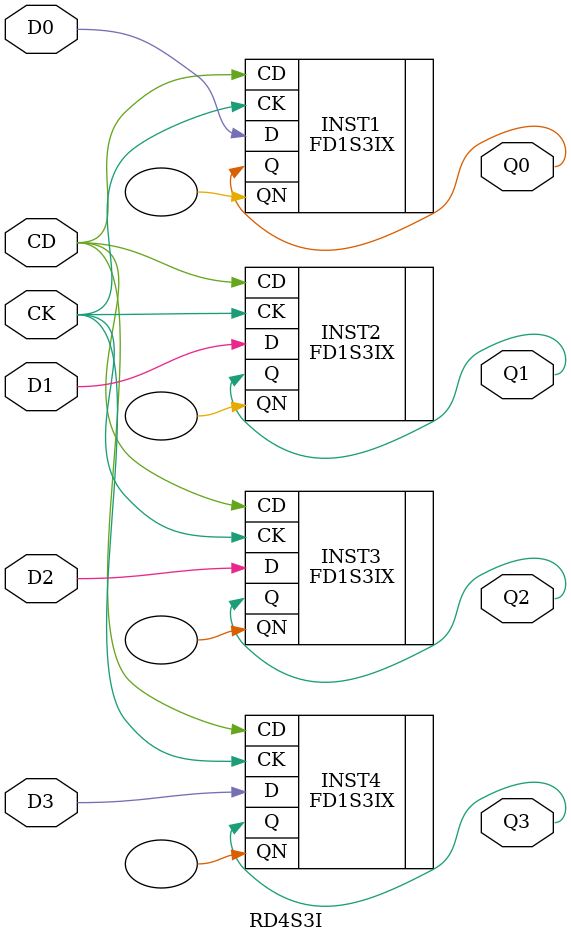
<source format=v>
`resetall
`timescale 1 ns / 100 ps

/* Created by DB2VERILOG Version 1.0.1.1 on Tue May 17 10:48:49 1994 */
/* module compiled from "lsl2db 3.6.4" run */

`celldefine
module RD4S3I (D0, D1, D2, D3, CK, CD, Q0, Q1, Q2, Q3);
input  D0, D1, D2, D3, CK, CD;
output Q0, Q1, Q2, Q3;
FD1S3IX INST1 (.D(D0), .CK(CK), .CD(CD), .Q(Q0), .QN());
FD1S3IX INST2 (.D(D1), .CK(CK), .CD(CD), .Q(Q1), .QN());
FD1S3IX INST3 (.D(D2), .CK(CK), .CD(CD), .Q(Q2), .QN());
FD1S3IX INST4 (.D(D3), .CK(CK), .CD(CD), .Q(Q3), .QN());

endmodule
`endcelldefine

</source>
